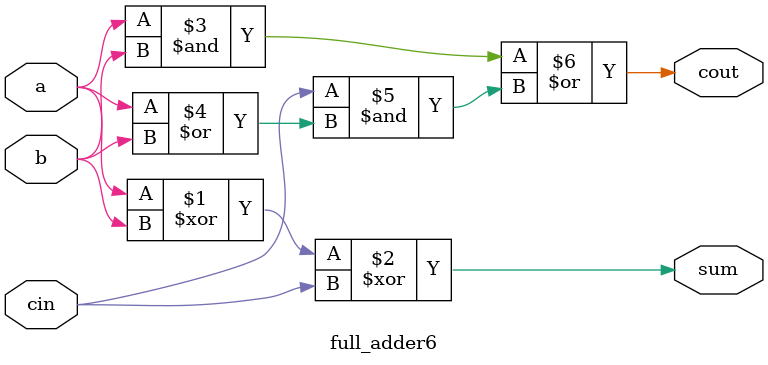
<source format=v>
module full_adder6(a,b,cin,sum,cout);
input a,b,cin;
output sum,cout;
assign sum = a^b^cin;
assign cout = a&b|cin&(a|b); 
// initial begin
//     $display("The correct adder");
// end   
endmodule
</source>
